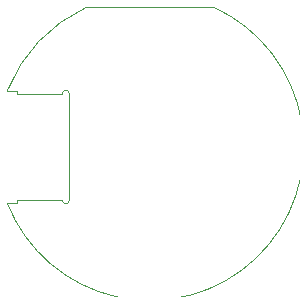
<source format=gko>
G04 Layer_Color=16711935*
%FSLAX24Y24*%
%MOIN*%
G70*
G01*
G75*
%ADD121C,0.0008*%
D121*
X-4761Y-1878D02*
G03*
X2125Y4656I4761J1878D01*
G01*
X-2122Y4657D02*
G03*
X-4763Y1874I2122J-4657D01*
G01*
X-2928Y-1772D02*
G03*
X-2692Y-1772I118J0D01*
G01*
Y1772D02*
G03*
X-2928Y1772I-118J0D01*
G01*
X2123Y4656D02*
X2124D01*
X2121Y4657D02*
X2123Y4656D01*
X-2122Y4657D02*
X2121D01*
X2124Y4656D02*
X2125D01*
X-4761Y-1878D02*
X-4431D01*
Y-1772D01*
X-4763Y1874D02*
X-4431D01*
X-4431Y1772D02*
X-4431Y1874D01*
X-2692Y-1772D02*
Y1772D01*
X-4431Y-1772D02*
X-2928D01*
X-4431Y1772D02*
X-2928D01*
M02*

</source>
